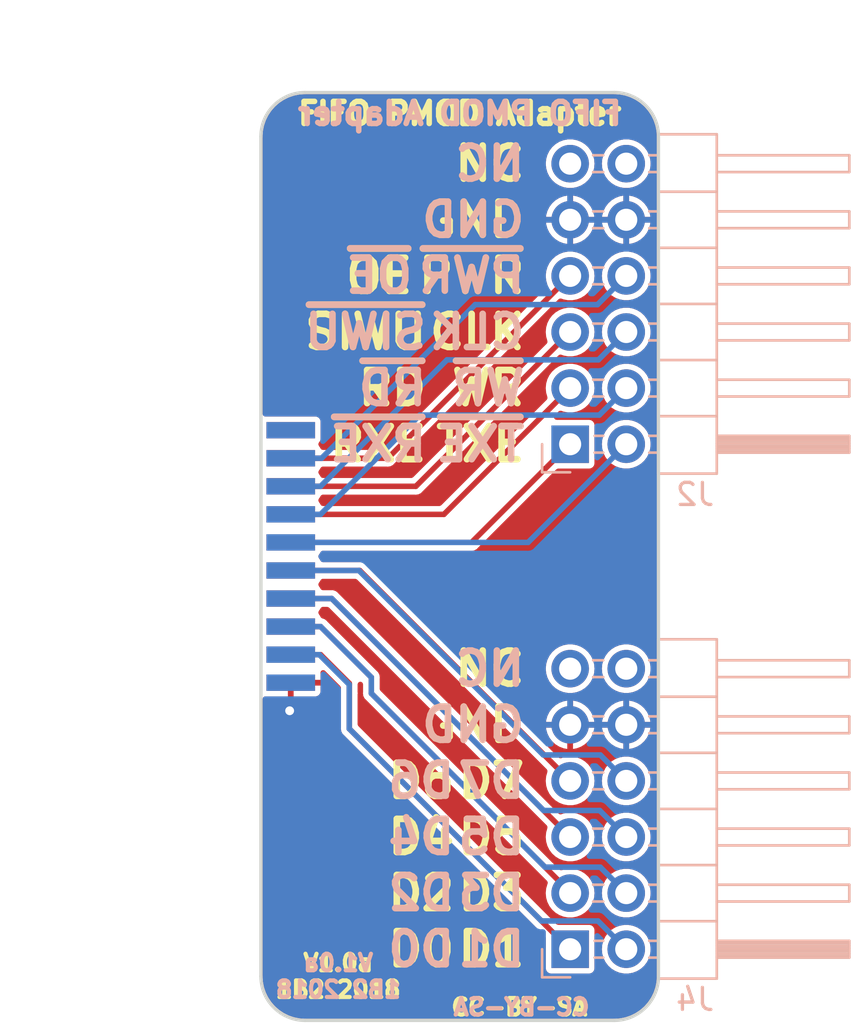
<source format=kicad_pcb>
(kicad_pcb (version 20221018) (generator pcbnew)
  (title_block (title "ftdi fifo pmod adapter") (rev "V1.0a") (company "1BitSquared") (comment 1 "2018 (C) 1BitSquared <info@1bitsquared.com>") (comment 2 "2018 (C) Piotr Esden-Tempski <piotr@esden.net>") (comment 3 "License: CC-BY-SA 4.0"))
  (layers (0 "F.Cu" signal) (31 "B.Cu" signal) (34 "B.Paste" user) (35 "F.Paste" user) (36 "B.SilkS" user "B.Silkscreen") (37 "F.SilkS" user "F.Silkscreen") (38 "B.Mask" user) (39 "F.Mask" user) (44 "Edge.Cuts" user))
  (net 0 "")
  (net 1 "GND")
  (net 2 "+5V")
  (net 3 "/GPIOH8")
  (net 4 "/GPIOH9")
  (net 5 "Net-(J4-Pad11)")
  (net 6 "Net-(J4-Pad12)")
  (net 7 "/D1")
  (net 8 "/D3")
  (net 9 "/D5")
  (net 10 "/D7")
  (net 11 "/D0")
  (net 12 "/D2")
  (net 13 "/D4")
  (net 14 "/D6")
  (net 15 "/~{RXF}")
  (net 16 "/~{RD}")
  (net 17 "/~{SIWU}")
  (net 18 "/~{OE}")
  (net 19 "/~{TXE}")
  (net 20 "/~{WR}")
  (net 21 "/CLKOUT")
  (net 22 "/~{PWRSAV}")
  (net 23 "Net-(J2-Pad11)")
  (net 24 "Net-(J2-Pad12)")
  (footprint "pkl_samtec:FTSH-EDGE-20pin" (layer "B.Cu") (at 30 44 90)
    (fp_text reference "J1")
    (fp_text value "Conn")
    (pad "1" smd rect (at -5.715 1.35 90) (size 0.74 2.2) (layers "B.Cu" "B.Paste" "B.Mask") (net 2 "+5V"))
    (pad "2" smd rect (at -5.715 1.35 90) (size 0.74 2.2) (layers "F.Cu" "F.Paste" "F.Mask") (net 1 "GND"))
    (pad "3" smd rect (at -4.445 1.35 90) (size 0.74 2.2) (layers "B.Cu" "B.Paste" "B.Mask") (net 7 "/D1"))
    (pad "4" smd rect (at -4.445 1.35 90) (size 0.74 2.2) (layers "F.Cu" "F.Paste" "F.Mask") (net 11 "/D0"))
    (pad "5" smd rect (at -3.175 1.35 90) (size 0.74 2.2) (layers "B.Cu" "B.Paste" "B.Mask") (net 8 "/D3"))
    (pad "6" smd rect (at -3.175 1.35 90) (size 0.74 2.2) (layers "F.Cu" "F.Paste" "F.Mask") (net 12 "/D2"))
    (pad "7" smd rect (at -1.905 1.35 90) (size 0.74 2.2) (layers "B.Cu" "B.Paste" "B.Mask") (net 9 "/D5"))
    (pad "8" smd rect (at -1.905 1.35 90) (size 0.74 2.2) (layers "F.Cu" "F.Paste" "F.Mask") (net 13 "/D4"))
    (pad "9" smd rect (at -0.635 1.35 90) (size 0.74 2.2) (layers "B.Cu" "B.Paste" "B.Mask") (net 10 "/D7"))
    (pad "10" smd rect (at -0.635 1.35 90) (size 0.74 2.2) (layers "F.Cu" "F.Paste" "F.Mask") (net 14 "/D6"))
    (pad "11" smd rect (at 0.635 1.35 90) (size 0.74 2.2) (layers "B.Cu" "B.Paste" "B.Mask") (net 19 "/~{TXE}"))
    (pad "12" smd rect (at 0.635 1.35 90) (size 0.74 2.2) (layers "F.Cu" "F.Paste" "F.Mask") (net 15 "/~{RXF}"))
    (pad "13" smd rect (at 1.905 1.35 90) (size 0.74 2.2) (layers "B.Cu" "B.Paste" "B.Mask") (net 20 "/~{WR}"))
    (pad "14" smd rect (at 1.905 1.35 90) (size 0.74 2.2) (layers "F.Cu" "F.Paste" "F.Mask") (net 16 "/~{RD}"))
    (pad "15" smd rect (at 3.175 1.35 90) (size 0.74 2.2) (layers "B.Cu" "B.Paste" "B.Mask") (net 21 "/CLKOUT"))
    (pad "16" smd rect (at 3.175 1.35 90) (size 0.74 2.2) (layers "F.Cu" "F.Paste" "F.Mask") (net 17 "/~{SIWU}"))
    (pad "17" smd rect (at 4.445 1.35 90) (size 0.74 2.2) (layers "B.Cu" "B.Paste" "B.Mask") (net 22 "/~{PWRSAV}"))
    (pad "18" smd rect (at 4.445 1.35 90) (size 0.74 2.2) (layers "F.Cu" "F.Paste" "F.Mask") (net 18 "/~{OE}"))
    (pad "19" smd rect (at 5.715 1.35 90) (size 0.74 2.2) (layers "B.Cu" "B.Paste" "B.Mask") (net 4 "/GPIOH9"))
    (pad "20" smd rect (at 5.715 1.35 90) (size 0.74 2.2) (layers "F.Cu" "F.Paste" "F.Mask") (net 3 "/GPIOH8"))
  )
  (footprint "Connector_PinHeader_2.54mm:PinHeader_2x06_P2.54mm_Horizontal" (layer "B.Cu") (at 44 61.78)
    (fp_text reference "J4" (at 5.655 2.27) (layer "B.SilkS") (effects (justify mirror)))
    (fp_text value "PMOD")
    (fp_line (start -1.27 0) (end -1.27 1.27) (stroke (width 0.12)) (layer "B.SilkS"))
    (fp_line (start -1.27 1.27) (end 0 1.27) (stroke (width 0.12)) (layer "B.SilkS"))
    (fp_line (start 1.042929 -13.08) (end 1.497071 -13.08) (stroke (width 0.12)) (layer "B.SilkS"))
    (fp_line (start 1.042929 -12.32) (end 1.497071 -12.32) (stroke (width 0.12)) (layer "B.SilkS"))
    (fp_line (start 1.042929 -10.54) (end 1.497071 -10.54) (stroke (width 0.12)) (layer "B.SilkS"))
    (fp_line (start 1.042929 -9.78) (end 1.497071 -9.78) (stroke (width 0.12)) (layer "B.SilkS"))
    (fp_line (start 1.042929 -8) (end 1.497071 -8) (stroke (width 0.12)) (layer "B.SilkS"))
    (fp_line (start 1.042929 -7.24) (end 1.497071 -7.24) (stroke (width 0.12)) (layer "B.SilkS"))
    (fp_line (start 1.042929 -5.46) (end 1.497071 -5.46) (stroke (width 0.12)) (layer "B.SilkS"))
    (fp_line (start 1.042929 -4.7) (end 1.497071 -4.7) (stroke (width 0.12)) (layer "B.SilkS"))
    (fp_line (start 1.042929 -2.92) (end 1.497071 -2.92) (stroke (width 0.12)) (layer "B.SilkS"))
    (fp_line (start 1.042929 -2.16) (end 1.497071 -2.16) (stroke (width 0.12)) (layer "B.SilkS"))
    (fp_line (start 1.11 -0.38) (end 1.497071 -0.38) (stroke (width 0.12)) (layer "B.SilkS"))
    (fp_line (start 1.11 0.38) (end 1.497071 0.38) (stroke (width 0.12)) (layer "B.SilkS"))
    (fp_line (start 3.582929 -13.08) (end 3.98 -13.08) (stroke (width 0.12)) (layer "B.SilkS"))
    (fp_line (start 3.582929 -12.32) (end 3.98 -12.32) (stroke (width 0.12)) (layer "B.SilkS"))
    (fp_line (start 3.582929 -10.54) (end 3.98 -10.54) (stroke (width 0.12)) (layer "B.SilkS"))
    (fp_line (start 3.582929 -9.78) (end 3.98 -9.78) (stroke (width 0.12)) (layer "B.SilkS"))
    (fp_line (start 3.582929 -8) (end 3.98 -8) (stroke (width 0.12)) (layer "B.SilkS"))
    (fp_line (start 3.582929 -7.24) (end 3.98 -7.24) (stroke (width 0.12)) (layer "B.SilkS"))
    (fp_line (start 3.582929 -5.46) (end 3.98 -5.46) (stroke (width 0.12)) (layer "B.SilkS"))
    (fp_line (start 3.582929 -4.7) (end 3.98 -4.7) (stroke (width 0.12)) (layer "B.SilkS"))
    (fp_line (start 3.582929 -2.92) (end 3.98 -2.92) (stroke (width 0.12)) (layer "B.SilkS"))
    (fp_line (start 3.582929 -2.16) (end 3.98 -2.16) (stroke (width 0.12)) (layer "B.SilkS"))
    (fp_line (start 3.582929 -0.38) (end 3.98 -0.38) (stroke (width 0.12)) (layer "B.SilkS"))
    (fp_line (start 3.582929 0.38) (end 3.98 0.38) (stroke (width 0.12)) (layer "B.SilkS"))
    (fp_line (start 3.98 -14.03) (end 6.64 -14.03) (stroke (width 0.12)) (layer "B.SilkS"))
    (fp_line (start 3.98 -11.43) (end 6.64 -11.43) (stroke (width 0.12)) (layer "B.SilkS"))
    (fp_line (start 3.98 -8.89) (end 6.64 -8.89) (stroke (width 0.12)) (layer "B.SilkS"))
    (fp_line (start 3.98 -6.35) (end 6.64 -6.35) (stroke (width 0.12)) (layer "B.SilkS"))
    (fp_line (start 3.98 -3.81) (end 6.64 -3.81) (stroke (width 0.12)) (layer "B.SilkS"))
    (fp_line (start 3.98 -1.27) (end 6.64 -1.27) (stroke (width 0.12)) (layer "B.SilkS"))
    (fp_line (start 3.98 1.33) (end 3.98 -14.03) (stroke (width 0.12)) (layer "B.SilkS"))
    (fp_line (start 6.64 -14.03) (end 6.64 1.33) (stroke (width 0.12)) (layer "B.SilkS"))
    (fp_line (start 6.64 -12.32) (end 12.64 -12.32) (stroke (width 0.12)) (layer "B.SilkS"))
    (fp_line (start 6.64 -9.78) (end 12.64 -9.78) (stroke (width 0.12)) (layer "B.SilkS"))
    (fp_line (start 6.64 -7.24) (end 12.64 -7.24) (stroke (width 0.12)) (layer "B.SilkS"))
    (fp_line (start 6.64 -4.7) (end 12.64 -4.7) (stroke (width 0.12)) (layer "B.SilkS"))
    (fp_line (start 6.64 -2.16) (end 12.64 -2.16) (stroke (width 0.12)) (layer "B.SilkS"))
    (fp_line (start 6.64 -0.28) (end 12.64 -0.28) (stroke (width 0.12)) (layer "B.SilkS"))
    (fp_line (start 6.64 -0.16) (end 12.64 -0.16) (stroke (width 0.12)) (layer "B.SilkS"))
    (fp_line (start 6.64 -0.04) (end 12.64 -0.04) (stroke (width 0.12)) (layer "B.SilkS"))
    (fp_line (start 6.64 0.08) (end 12.64 0.08) (stroke (width 0.12)) (layer "B.SilkS"))
    (fp_line (start 6.64 0.2) (end 12.64 0.2) (stroke (width 0.12)) (layer "B.SilkS"))
    (fp_line (start 6.64 0.32) (end 12.64 0.32) (stroke (width 0.12)) (layer "B.SilkS"))
    (fp_line (start 6.64 0.38) (end 12.64 0.38) (stroke (width 0.12)) (layer "B.SilkS"))
    (fp_line (start 6.64 1.33) (end 3.98 1.33) (stroke (width 0.12)) (layer "B.SilkS"))
    (fp_line (start 12.64 -13.08) (end 6.64 -13.08) (stroke (width 0.12)) (layer "B.SilkS"))
    (fp_line (start 12.64 -12.32) (end 12.64 -13.08) (stroke (width 0.12)) (layer "B.SilkS"))
    (fp_line (start 12.64 -10.54) (end 6.64 -10.54) (stroke (width 0.12)) (layer "B.SilkS"))
    (fp_line (start 12.64 -9.78) (end 12.64 -10.54) (stroke (width 0.12)) (layer "B.SilkS"))
    (fp_line (start 12.64 -8) (end 6.64 -8) (stroke (width 0.12)) (layer "B.SilkS"))
    (fp_line (start 12.64 -7.24) (end 12.64 -8) (stroke (width 0.12)) (layer "B.SilkS"))
    (fp_line (start 12.64 -5.46) (end 6.64 -5.46) (stroke (width 0.12)) (layer "B.SilkS"))
    (fp_line (start 12.64 -4.7) (end 12.64 -5.46) (stroke (width 0.12)) (layer "B.SilkS"))
    (fp_line (start 12.64 -2.92) (end 6.64 -2.92) (stroke (width 0.12)) (layer "B.SilkS"))
    (fp_line (start 12.64 -2.16) (end 12.64 -2.92) (stroke (width 0.12)) (layer "B.SilkS"))
    (fp_line (start 12.64 -0.38) (end 6.64 -0.38) (stroke (width 0.12)) (layer "B.SilkS"))
    (fp_line (start 12.64 0.38) (end 12.64 -0.38) (stroke (width 0.12)) (layer "B.SilkS"))
    (pad "1" thru_hole rect (at 0 0) (size 1.7 1.7) (drill 1) (layers "*.Cu" "*.Mask") (net 11 "/D0"))
    (pad "2" thru_hole oval (at 2.54 0) (size 1.7 1.7) (drill 1) (layers "*.Cu" "*.Mask") (net 7 "/D1"))
    (pad "3" thru_hole oval (at 0 -2.54) (size 1.7 1.7) (drill 1) (layers "*.Cu" "*.Mask") (net 12 "/D2"))
    (pad "4" thru_hole oval (at 2.54 -2.54) (size 1.7 1.7) (drill 1) (layers "*.Cu" "*.Mask") (net 8 "/D3"))
    (pad "5" thru_hole oval (at 0 -5.08) (size 1.7 1.7) (drill 1) (layers "*.Cu" "*.Mask") (net 13 "/D4"))
    (pad "6" thru_hole oval (at 2.54 -5.08) (size 1.7 1.7) (drill 1) (layers "*.Cu" "*.Mask") (net 9 "/D5"))
    (pad "7" thru_hole oval (at 0 -7.62) (size 1.7 1.7) (drill 1) (layers "*.Cu" "*.Mask") (net 14 "/D6"))
    (pad "8" thru_hole oval (at 2.54 -7.62) (size 1.7 1.7) (drill 1) (layers "*.Cu" "*.Mask") (net 10 "/D7"))
    (pad "9" thru_hole oval (at 0 -10.16) (size 1.7 1.7) (drill 1) (layers "*.Cu" "*.Mask") (net 1 "GND"))
    (pad "10" thru_hole oval (at 2.54 -10.16) (size 1.7 1.7) (drill 1) (layers "*.Cu" "*.Mask") (net 1 "GND"))
    (pad "11" thru_hole oval (at 0 -12.7) (size 1.7 1.7) (drill 1) (layers "*.Cu" "*.Mask") (net 5 "Net-(J4-Pad11)"))
    (pad "12" thru_hole oval (at 2.54 -12.7) (size 1.7 1.7) (drill 1) (layers "*.Cu" "*.Mask") (net 6 "Net-(J4-Pad12)"))
  )
  (footprint "Connector_PinHeader_2.54mm:PinHeader_2x06_P2.54mm_Horizontal" (layer "B.Cu") (at 44 38.92)
    (fp_text reference "J2" (at 5.655 2.27) (layer "B.SilkS") (effects (justify mirror)))
    (fp_text value "PMOD")
    (fp_line (start -1.27 0) (end -1.27 1.27) (stroke (width 0.12)) (layer "B.SilkS"))
    (fp_line (start -1.27 1.27) (end 0 1.27) (stroke (width 0.12)) (layer "B.SilkS"))
    (fp_line (start 1.042929 -13.08) (end 1.497071 -13.08) (stroke (width 0.12)) (layer "B.SilkS"))
    (fp_line (start 1.042929 -12.32) (end 1.497071 -12.32) (stroke (width 0.12)) (layer "B.SilkS"))
    (fp_line (start 1.042929 -10.54) (end 1.497071 -10.54) (stroke (width 0.12)) (layer "B.SilkS"))
    (fp_line (start 1.042929 -9.78) (end 1.497071 -9.78) (stroke (width 0.12)) (layer "B.SilkS"))
    (fp_line (start 1.042929 -8) (end 1.497071 -8) (stroke (width 0.12)) (layer "B.SilkS"))
    (fp_line (start 1.042929 -7.24) (end 1.497071 -7.24) (stroke (width 0.12)) (layer "B.SilkS"))
    (fp_line (start 1.042929 -5.46) (end 1.497071 -5.46) (stroke (width 0.12)) (layer "B.SilkS"))
    (fp_line (start 1.042929 -4.7) (end 1.497071 -4.7) (stroke (width 0.12)) (layer "B.SilkS"))
    (fp_line (start 1.042929 -2.92) (end 1.497071 -2.92) (stroke (width 0.12)) (layer "B.SilkS"))
    (fp_line (start 1.042929 -2.16) (end 1.497071 -2.16) (stroke (width 0.12)) (layer "B.SilkS"))
    (fp_line (start 1.11 -0.38) (end 1.497071 -0.38) (stroke (width 0.12)) (layer "B.SilkS"))
    (fp_line (start 1.11 0.38) (end 1.497071 0.38) (stroke (width 0.12)) (layer "B.SilkS"))
    (fp_line (start 3.582929 -13.08) (end 3.98 -13.08) (stroke (width 0.12)) (layer "B.SilkS"))
    (fp_line (start 3.582929 -12.32) (end 3.98 -12.32) (stroke (width 0.12)) (layer "B.SilkS"))
    (fp_line (start 3.582929 -10.54) (end 3.98 -10.54) (stroke (width 0.12)) (layer "B.SilkS"))
    (fp_line (start 3.582929 -9.78) (end 3.98 -9.78) (stroke (width 0.12)) (layer "B.SilkS"))
    (fp_line (start 3.582929 -8) (end 3.98 -8) (stroke (width 0.12)) (layer "B.SilkS"))
    (fp_line (start 3.582929 -7.24) (end 3.98 -7.24) (stroke (width 0.12)) (layer "B.SilkS"))
    (fp_line (start 3.582929 -5.46) (end 3.98 -5.46) (stroke (width 0.12)) (layer "B.SilkS"))
    (fp_line (start 3.582929 -4.7) (end 3.98 -4.7) (stroke (width 0.12)) (layer "B.SilkS"))
    (fp_line (start 3.582929 -2.92) (end 3.98 -2.92) (stroke (width 0.12)) (layer "B.SilkS"))
    (fp_line (start 3.582929 -2.16) (end 3.98 -2.16) (stroke (width 0.12)) (layer "B.SilkS"))
    (fp_line (start 3.582929 -0.38) (end 3.98 -0.38) (stroke (width 0.12)) (layer "B.SilkS"))
    (fp_line (start 3.582929 0.38) (end 3.98 0.38) (stroke (width 0.12)) (layer "B.SilkS"))
    (fp_line (start 3.98 -14.03) (end 6.64 -14.03) (stroke (width 0.12)) (layer "B.SilkS"))
    (fp_line (start 3.98 -11.43) (end 6.64 -11.43) (stroke (width 0.12)) (layer "B.SilkS"))
    (fp_line (start 3.98 -8.89) (end 6.64 -8.89) (stroke (width 0.12)) (layer "B.SilkS"))
    (fp_line (start 3.98 -6.35) (end 6.64 -6.35) (stroke (width 0.12)) (layer "B.SilkS"))
    (fp_line (start 3.98 -3.81) (end 6.64 -3.81) (stroke (width 0.12)) (layer "B.SilkS"))
    (fp_line (start 3.98 -1.27) (end 6.64 -1.27) (stroke (width 0.12)) (layer "B.SilkS"))
    (fp_line (start 3.98 1.33) (end 3.98 -14.03) (stroke (width 0.12)) (layer "B.SilkS"))
    (fp_line (start 6.64 -14.03) (end 6.64 1.33) (stroke (width 0.12)) (layer "B.SilkS"))
    (fp_line (start 6.64 -12.32) (end 12.64 -12.32) (stroke (width 0.12)) (layer "B.SilkS"))
    (fp_line (start 6.64 -9.78) (end 12.64 -9.78) (stroke (width 0.12)) (layer "B.SilkS"))
    (fp_line (start 6.64 -7.24) (end 12.64 -7.24) (stroke (width 0.12)) (layer "B.SilkS"))
    (fp_line (start 6.64 -4.7) (end 12.64 -4.7) (stroke (width 0.12)) (layer "B.SilkS"))
    (fp_line (start 6.64 -2.16) (end 12.64 -2.16) (stroke (width 0.12)) (layer "B.SilkS"))
    (fp_line (start 6.64 -0.28) (end 12.64 -0.28) (stroke (width 0.12)) (layer "B.SilkS"))
    (fp_line (start 6.64 -0.16) (end 12.64 -0.16) (stroke (width 0.12)) (layer "B.SilkS"))
    (fp_line (start 6.64 -0.04) (end 12.64 -0.04) (stroke (width 0.12)) (layer "B.SilkS"))
    (fp_line (start 6.64 0.08) (end 12.64 0.08) (stroke (width 0.12)) (layer "B.SilkS"))
    (fp_line (start 6.64 0.2) (end 12.64 0.2) (stroke (width 0.12)) (layer "B.SilkS"))
    (fp_line (start 6.64 0.32) (end 12.64 0.32) (stroke (width 0.12)) (layer "B.SilkS"))
    (fp_line (start 6.64 0.38) (end 12.64 0.38) (stroke (width 0.12)) (layer "B.SilkS"))
    (fp_line (start 6.64 1.33) (end 3.98 1.33) (stroke (width 0.12)) (layer "B.SilkS"))
    (fp_line (start 12.64 -13.08) (end 6.64 -13.08) (stroke (width 0.12)) (layer "B.SilkS"))
    (fp_line (start 12.64 -12.32) (end 12.64 -13.08) (stroke (width 0.12)) (layer "B.SilkS"))
    (fp_line (start 12.64 -10.54) (end 6.64 -10.54) (stroke (width 0.12)) (layer "B.SilkS"))
    (fp_line (start 12.64 -9.78) (end 12.64 -10.54) (stroke (width 0.12)) (layer "B.SilkS"))
    (fp_line (start 12.64 -8) (end 6.64 -8) (stroke (width 0.12)) (layer "B.SilkS"))
    (fp_line (start 12.64 -7.24) (end 12.64 -8) (stroke (width 0.12)) (layer "B.SilkS"))
    (fp_line (start 12.64 -5.46) (end 6.64 -5.46) (stroke (width 0.12)) (layer "B.SilkS"))
    (fp_line (start 12.64 -4.7) (end 12.64 -5.46) (stroke (width 0.12)) (layer "B.SilkS"))
    (fp_line (start 12.64 -2.92) (end 6.64 -2.92) (stroke (width 0.12)) (layer "B.SilkS"))
    (fp_line (start 12.64 -2.16) (end 12.64 -2.92) (stroke (width 0.12)) (layer "B.SilkS"))
    (fp_line (start 12.64 -0.38) (end 6.64 -0.38) (stroke (width 0.12)) (layer "B.SilkS"))
    (fp_line (start 12.64 0.38) (end 12.64 -0.38) (stroke (width 0.12)) (layer "B.SilkS"))
    (pad "1" thru_hole rect (at 0 0) (size 1.7 1.7) (drill 1) (layers "*.Cu" "*.Mask") (net 15 "/~{RXF}"))
    (pad "2" thru_hole oval (at 2.54 0) (size 1.7 1.7) (drill 1) (layers "*.Cu" "*.Mask") (net 19 "/~{TXE}"))
    (pad "3" thru_hole oval (at 0 -2.54) (size 1.7 1.7) (drill 1) (layers "*.Cu" "*.Mask") (net 16 "/~{RD}"))
    (pad "4" thru_hole oval (at 2.54 -2.54) (size 1.7 1.7) (drill 1) (layers "*.Cu" "*.Mask") (net 20 "/~{WR}"))
    (pad "5" thru_hole oval (at 0 -5.08) (size 1.7 1.7) (drill 1) (layers "*.Cu" "*.Mask") (net 17 "/~{SIWU}"))
    (pad "6" thru_hole oval (at 2.54 -5.08) (size 1.7 1.7) (drill 1) (layers "*.Cu" "*.Mask") (net 21 "/CLKOUT"))
    (pad "7" thru_hole oval (at 0 -7.62) (size 1.7 1.7) (drill 1) (layers "*.Cu" "*.Mask") (net 18 "/~{OE}"))
    (pad "8" thru_hole oval (at 2.54 -7.62) (size 1.7 1.7) (drill 1) (layers "*.Cu" "*.Mask") (net 22 "/~{PWRSAV}"))
    (pad "9" thru_hole oval (at 0 -10.16) (size 1.7 1.7) (drill 1) (layers "*.Cu" "*.Mask") (net 1 "GND"))
    (pad "10" thru_hole oval (at 2.54 -10.16) (size 1.7 1.7) (drill 1) (layers "*.Cu" "*.Mask") (net 1 "GND"))
    (pad "11" thru_hole oval (at 0 -12.7) (size 1.7 1.7) (drill 1) (layers "*.Cu" "*.Mask") (net 23 "Net-(J2-Pad11)"))
    (pad "12" thru_hole oval (at 2.54 -12.7) (size 1.7 1.7) (drill 1) (layers "*.Cu" "*.Mask") (net 24 "Net-(J2-Pad12)"))
  )
  (gr_line (start 32 23) (end 46 23) (stroke (width 0.15)) (layer "Edge.Cuts"))
  (gr_arc (start 30 25) (mid 30.585786 23.585786) (end 32 23) (stroke (width 0.15)) (layer "Edge.Cuts"))
  (gr_arc (start 48 63) (mid 47.414214 64.414214) (end 46 65) (stroke (width 0.15)) (layer "Edge.Cuts"))
  (gr_arc (start 46 23) (mid 47.414214 23.585786) (end 48 25) (stroke (width 0.15)) (layer "Edge.Cuts"))
  (gr_line (start 48 25) (end 48 63) (stroke (width 0.15)) (layer "Edge.Cuts"))
  (gr_line (start 46 65) (end 32 65) (stroke (width 0.15)) (layer "Edge.Cuts"))
  (gr_arc (start 32 65) (mid 30.585786 64.414214) (end 30 63) (stroke (width 0.15)) (layer "Edge.Cuts"))
  (gr_line (start 30 63) (end 30 25) (stroke (width 0.15)) (layer "Edge.Cuts"))
  (gr_text "V1.0a\n1B2 2018" (at 33.5 63) (layer "B.SilkS") (effects (font (size 0.75 0.75) (thickness 0.1875)) (justify mirror)))
  (gr_text "CC-BY-SA" (at 41.8 64.4) (layer "B.SilkS") (effects (font (size 0.75 0.75) (thickness 0.1875)) (justify mirror)))
  (gr_text "D1" (at 42.095 61.78) (layer "B.SilkS") (effects (font (size 1.5 1.5) (thickness 0.3)) (justify left mirror)))
  (gr_text "D7" (at 42.095 54.15) (layer "B.SilkS") (effects (font (size 1.5 1.5) (thickness 0.3)) (justify left mirror)))
  (gr_text "D3" (at 42.095 59.24) (layer "B.SilkS") (effects (font (size 1.5 1.5) (thickness 0.3)) (justify left mirror)))
  (gr_text "FIFO PMOD Adapter" (at 39 23.95) (layer "B.SilkS") (effects (font (size 1 1) (thickness 0.25)) (justify mirror)))
  (gr_text "GND" (at 42.095 51.62) (layer "B.SilkS") (effects (font (size 1.5 1.5) (thickness 0.3)) (justify left mirror)))
  (gr_text "NC" (at 42.095 49.08) (layer "B.SilkS") (effects (font (size 1.5 1.5) (thickness 0.3)) (justify left mirror)))
  (gr_text "D5" (at 42.095 56.7) (layer "B.SilkS") (effects (font (size 1.5 1.5) (thickness 0.3)) (justify left mirror)))
  (gr_text "D0" (at 38.92 61.78) (layer "B.SilkS") (effects (font (size 1.5 1.5) (thickness 0.3)) (justify left mirror)))
  (gr_text "NC" (at 42.095 26.22) (layer "B.SilkS") (effects (font (size 1.5 1.5) (thickness 0.3)) (justify left mirror)))
  (gr_text "GND" (at 42.095 28.76) (layer "B.SilkS") (effects (font (size 1.5 1.5) (thickness 0.3)) (justify left mirror)))
  (gr_text "D6" (at 38.92 54.15) (layer "B.SilkS") (effects (font (size 1.5 1.5) (thickness 0.3)) (justify left mirror)))
  (gr_text "D4" (at 38.92 56.7) (layer "B.SilkS") (effects (font (size 1.5 1.5) (thickness 0.3)) (justify left mirror)))
  (gr_text "D2" (at 38.92 59.24) (layer "B.SilkS") (effects (font (size 1.5 1.5) (thickness 0.3)) (justify left mirror)))
  (gr_text "~{RD}" (at 37.65 36.38) (layer "B.SilkS") (effects (font (size 1.5 1.5) (thickness 0.3)) (justify left mirror)))
  (gr_text "~{SIWU}" (at 37.65 33.84) (layer "B.SilkS") (effects (font (size 1.5 1.5) (thickness 0.3)) (justify left mirror)))
  (gr_text "~{PWR}" (at 42.095 31.29) (layer "B.SilkS") (effects (font (size 1.5 1.5) (thickness 0.3)) (justify left mirror)))
  (gr_text "~{TXE}" (at 42.095 38.92) (layer "B.SilkS") (effects (font (size 1.5 1.5) (thickness 0.3)) (justify left mirror)))
  (gr_text "~{OE}" (at 37.015 31.29) (layer "B.SilkS") (effects (font (size 1.5 1.5) (thickness 0.3)) (justify left mirror)))
  (gr_text "CLK" (at 42.095 33.84) (layer "B.SilkS") (effects (font (size 1.5 1.5) (thickness 0.3)) (justify left mirror)))
  (gr_text "~{RXE}" (at 37.65 38.92) (layer "B.SilkS") (effects (font (size 1.5 1.5) (thickness 0.3)) (justify left mirror)))
  (gr_text "~{WR}" (at 42.095 36.38) (layer "B.SilkS") (effects (font (size 1.5 1.5) (thickness 0.3)) (justify left mirror)))
  (gr_text "V1.0a\n1B2 2018" (at 33.5 63) (layer "F.SilkS") (effects (font (size 0.75 0.75) (thickness 0.1875))))
  (gr_text "CC-BY-SA" (at 41.7 64.4) (layer "F.SilkS") (effects (font (size 0.75 0.75) (thickness 0.1875))))
  (gr_text "D3" (at 42.095 59.24) (layer "F.SilkS") (effects (font (size 1.5 1.5) (thickness 0.3)) (justify right)))
  (gr_text "D7" (at 42.095 54.16) (layer "F.SilkS") (effects (font (size 1.5 1.5) (thickness 0.3)) (justify right)))
  (gr_text "D1" (at 42.095 61.78) (layer "F.SilkS") (effects (font (size 1.5 1.5) (thickness 0.3)) (justify right)))
  (gr_text "D5" (at 42.095 56.7) (layer "F.SilkS") (effects (font (size 1.5 1.5) (thickness 0.3)) (justify right)))
  (gr_text "GND" (at 42.095 51.62) (layer "F.SilkS") (effects (font (size 1.5 1.5) (thickness 0.3)) (justify right)))
  (gr_text "NC" (at 42.095 49.08) (layer "F.SilkS") (effects (font (size 1.5 1.5) (thickness 0.3)) (justify right)))
  (gr_text "D0" (at 38.92 61.78) (layer "F.SilkS") (effects (font (size 1.5 1.5) (thickness 0.3)) (justify right)))
  (gr_text "GND" (at 42.095 28.76) (layer "F.SilkS") (effects (font (size 1.5 1.5) (thickness 0.3)) (justify right)))
  (gr_text "NC" (at 42.095 26.22) (layer "F.SilkS") (effects (font (size 1.5 1.5) (thickness 0.3)) (justify right)))
  (gr_text "D4" (at 38.92 56.7) (layer "F.SilkS") (effects (font (size 1.5 1.5) (thickness 0.3)) (justify right)))
  (gr_text "D6" (at 38.92 54.16) (layer "F.SilkS") (effects (font (size 1.5 1.5) (thickness 0.3)) (justify right)))
  (gr_text "D2" (at 38.92 59.24) (layer "F.SilkS") (effects (font (size 1.5 1.5) (thickness 0.3)) (justify right)))
  (gr_text "~{SIWU}" (at 37.65 33.84) (layer "F.SilkS") (effects (font (size 1.5 1.5) (thickness 0.3)) (justify right)))
  (gr_text "~{RXE}" (at 37.65 38.92) (layer "F.SilkS") (effects (font (size 1.5 1.5) (thickness 0.3)) (justify right)))
  (gr_text "~{TXE}" (at 42.095 38.92) (layer "F.SilkS") (effects (font (size 1.5 1.5) (thickness 0.3)) (justify right)))
  (gr_text "~{RD}" (at 37.65 36.38) (layer "F.SilkS") (effects (font (size 1.5 1.5) (thickness 0.3)) (justify right)))
  (gr_text "~{OE}" (at 37.015 31.3) (layer "F.SilkS") (effects (font (size 1.5 1.5) (thickness 0.3)) (justify right)))
  (gr_text "CLK" (at 42.095 33.84) (layer "F.SilkS") (effects (font (size 1.5 1.5) (thickness 0.3)) (justify right)))
  (gr_text "~{PWR}" (at 42.095 31.3) (layer "F.SilkS") (effects (font (size 1.5 1.5) (thickness 0.3)) (justify right)))
  (gr_text "~{WR}" (at 42.095 36.38) (layer "F.SilkS") (effects (font (size 1.5 1.5) (thickness 0.3)) (justify right)))
  (gr_text "FIFO PMOD Adapter" (at 39 23.95) (layer "F.SilkS") (effects (font (size 1 1) (thickness 0.25))))
  (via (at 31.3 50.985) (size 0.8) (drill 0.4) (layers "F.Cu" "B.Cu") (net 1))
  (segment (start 34 51.8) (end 42.7 60.5) (width 0.25) (layer "B.Cu") (net 7))
  (segment (start 34 49.8) (end 34 51.8) (width 0.25) (layer "B.Cu") (net 7))
  (segment (start 42.7 60.5) (end 45.26 60.5) (width 0.25) (layer "B.Cu") (net 7))
  (segment (start 31.35 48.445) (end 32.645 48.445) (width 0.25) (layer "B.Cu") (net 7))
  (segment (start 45.690001 60.930001) (end 46.54 61.78) (width 0.25) (layer "B.Cu") (net 7))
  (segment (start 32.645 48.445) (end 34 49.8) (width 0.25) (layer "B.Cu") (net 7))
  (segment (start 45.26 60.5) (end 45.690001 60.930001) (width 0.25) (layer "B.Cu") (net 7))
  (segment (start 45.690001 58.390001) (end 46.54 59.24) (width 0.25) (layer "B.Cu") (net 8))
  (segment (start 31.35 47.175) (end 32.7 47.175) (width 0.25) (layer "B.Cu") (net 8))
  (segment (start 42.864999 58.064999) (end 45.364999 58.064999) (width 0.25) (layer "B.Cu") (net 8))
  (segment (start 35 50.2) (end 42.864999 58.064999) (width 0.25) (layer "B.Cu") (net 8))
  (segment (start 45.364999 58.064999) (end 45.690001 58.390001) (width 0.25) (layer "B.Cu") (net 8))
  (segment (start 35 49.475) (end 35 50.2) (width 0.25) (layer "B.Cu") (net 8))
  (segment (start 32.7 47.175) (end 35 49.475) (width 0.25) (layer "B.Cu") (net 8))
  (segment (start 45.690001 55.850001) (end 46.54 56.7) (width 0.25) (layer "B.Cu") (net 9))
  (segment (start 45.34 55.5) (end 45.690001 55.850001) (width 0.25) (layer "B.Cu") (net 9))
  (segment (start 42.8 55.5) (end 45.34 55.5) (width 0.25) (layer "B.Cu") (net 9))
  (segment (start 31.35 45.905) (end 33.205 45.905) (width 0.25) (layer "B.Cu") (net 9))
  (segment (start 33.205 45.905) (end 42.8 55.5) (width 0.25) (layer "B.Cu") (net 9))
  (segment (start 31.35 44.635) (end 34.435 44.635) (width 0.25) (layer "B.Cu") (net 10))
  (segment (start 42.784999 52.984999) (end 45.364999 52.984999) (width 0.25) (layer "B.Cu") (net 10))
  (segment (start 45.690001 53.310001) (end 46.54 54.16) (width 0.25) (layer "B.Cu") (net 10))
  (segment (start 34.435 44.635) (end 42.784999 52.984999) (width 0.25) (layer "B.Cu") (net 10))
  (segment (start 45.364999 52.984999) (end 45.690001 53.310001) (width 0.25) (layer "B.Cu") (net 10))
  (segment (start 32.7 48.445) (end 34 49.745) (width 0.25) (layer "F.Cu") (net 11))
  (segment (start 34 49.745) (end 34 51.8) (width 0.25) (layer "F.Cu") (net 11))
  (segment (start 43.98 61.78) (end 44 61.78) (width 0.25) (layer "F.Cu") (net 11))
  (segment (start 31.35 48.445) (end 32.7 48.445) (width 0.25) (layer "F.Cu") (net 11))
  (segment (start 34 51.8) (end 43.98 61.78) (width 0.25) (layer "F.Cu") (net 11))
  (segment (start 32.7 47.175) (end 35 49.475) (width 0.25) (layer "F.Cu") (net 12))
  (segment (start 35 50.2) (end 44 59.2) (width 0.25) (layer "F.Cu") (net 12))
  (segment (start 44 59.2) (end 44 59.24) (width 0.25) (layer "F.Cu") (net 12))
  (segment (start 35 49.475) (end 35 50.2) (width 0.25) (layer "F.Cu") (net 12))
  (segment (start 31.35 47.175) (end 32.7 47.175) (width 0.25) (layer "F.Cu") (net 12))
  (segment (start 33.205 45.905) (end 44 56.7) (width 0.25) (layer "F.Cu") (net 13))
  (segment (start 31.35 45.905) (end 33.205 45.905) (width 0.25) (layer "F.Cu") (net 13))
  (segment (start 34.475 44.635) (end 44 54.16) (width 0.25) (layer "F.Cu") (net 14))
  (segment (start 31.35 44.635) (end 34.475 44.635) (width 0.25) (layer "F.Cu") (net 14))
  (segment (start 31.35 43.365) (end 39.535 43.365) (width 0.25) (layer "F.Cu") (net 15))
  (segment (start 43.98 38.92) (end 44 38.92) (width 0.25) (layer "F.Cu") (net 15))
  (segment (start 39.535 43.365) (end 43.98 38.92) (width 0.25) (layer "F.Cu") (net 15))
  (segment (start 38.285 42.095) (end 44 36.38) (width 0.25) (layer "F.Cu") (net 16))
  (segment (start 31.35 42.095) (end 38.285 42.095) (width 0.25) (layer "F.Cu") (net 16))
  (segment (start 31.35 40.825) (end 37.015 40.825) (width 0.25) (layer "F.Cu") (net 17))
  (segment (start 37.015 40.825) (end 44 33.84) (width 0.25) (layer "F.Cu") (net 17))
  (segment (start 35.745 39.555) (end 44 31.3) (width 0.25) (layer "F.Cu") (net 18))
  (segment (start 31.35 39.555) (end 35.745 39.555) (width 0.25) (layer "F.Cu") (net 18))
  (segment (start 31.35 43.365) (end 42.095 43.365) (width 0.25) (layer "B.Cu") (net 19))
  (segment (start 42.095 43.365) (end 46.54 38.92) (width 0.25) (layer "B.Cu") (net 19))
  (segment (start 31.35 42.095) (end 32.7 42.095) (width 0.25) (layer "B.Cu") (net 20))
  (segment (start 45.32 37.6) (end 46.54 36.38) (width 0.25) (layer "B.Cu") (net 20))
  (segment (start 32.7 42.095) (end 37.195 37.6) (width 0.25) (layer "B.Cu") (net 20))
  (segment (start 37.195 37.6) (end 45.32 37.6) (width 0.25) (layer "B.Cu") (net 20))
  (segment (start 32.7 40.825) (end 38.425 35.1) (width 0.25) (layer "B.Cu") (net 21))
  (segment (start 45.28 35.1) (end 46.54 33.84) (width 0.25) (layer "B.Cu") (net 21))
  (segment (start 31.35 40.825) (end 32.7 40.825) (width 0.25) (layer "B.Cu") (net 21))
  (segment (start 38.425 35.1) (end 45.28 35.1) (width 0.25) (layer "B.Cu") (net 21))
  (segment (start 39.7 32.6) (end 45.24 32.6) (width 0.25) (layer "B.Cu") (net 22))
  (segment (start 45.24 32.6) (end 46.54 31.3) (width 0.25) (layer "B.Cu") (net 22))
  (segment (start 31.35 39.555) (end 32.745 39.555) (width 0.25) (layer "B.Cu") (net 22))
  (segment (start 32.745 39.555) (end 39.7 32.6) (width 0.25) (layer "B.Cu") (net 22))
  (zone (net 1) (net_name "GND") (layer "F.Cu") (connect_pads (clearance 0.25)) (min_thickness 0.25) (fill yes (thermal_gap 0.25) (thermal_bridge_width 0.26))
    (polygon (pts (xy 30 23) (xy 48 23) (xy 48 65) (xy 30 65)))
  )
  (zone (net 1) (net_name "GND") (layer "B.Cu") (connect_pads (clearance 0.25)) (min_thickness 0.25) (fill yes (thermal_gap 0.25) (thermal_bridge_width 0.26))
    (polygon (pts (xy 30 23) (xy 48 23) (xy 48 65) (xy 30 65)))
  )
)
</source>
